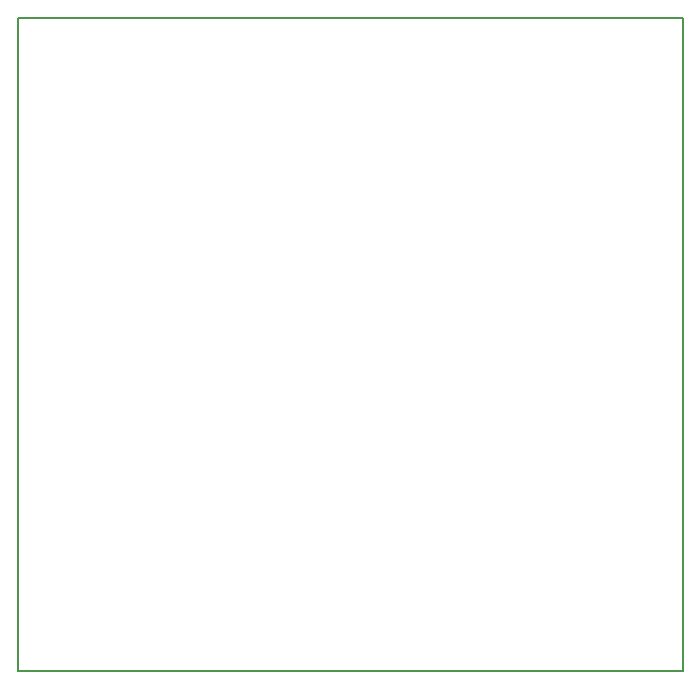
<source format=gm1>
G04 MADE WITH FRITZING*
G04 WWW.FRITZING.ORG*
G04 DOUBLE SIDED*
G04 HOLES PLATED*
G04 CONTOUR ON CENTER OF CONTOUR VECTOR*
%ASAXBY*%
%FSLAX23Y23*%
%MOIN*%
%OFA0B0*%
%SFA1.0B1.0*%
%ADD10R,2.224470X2.186670*%
%ADD11C,0.008000*%
%ADD10C,0.008*%
%LNCONTOUR*%
G90*
G70*
G54D10*
G54D11*
X4Y2183D02*
X2220Y2183D01*
X2220Y4D01*
X4Y4D01*
X4Y2183D01*
D02*
G04 End of contour*
M02*
</source>
